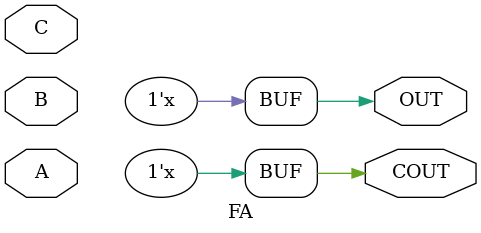
<source format=v>
/*
  test16: Test "generic RTL" code.
*/

module FA(A, B, C, OUT, COUT);
   input A;
   input B, C;
   output OUT, COUT;

   //line[0] = C & A
   and and0 (line[0], C, A);

   //line[2] = ~(C ^ A)
   xor xor1 (line[1], C, A);
   not not2 (line[2], line[1]);

   //line[4] = B & ~(line[2])
   not not3 (line[3], line[2]);
   and and4 (line[4], line[3], B);

   //COUT = line[4] | line[0]
   or or5 (COUT, line[4], line[0]);

   //OUT = ~(line[2] ^ B)
   xor xor6 (line[5], line[2], B);
   not not7 (line[6], line[5]);

   buf buf8 (OUT, line[6]);
   
   //assign {COUT, OUT} = A+B+C;
endmodule
</source>
